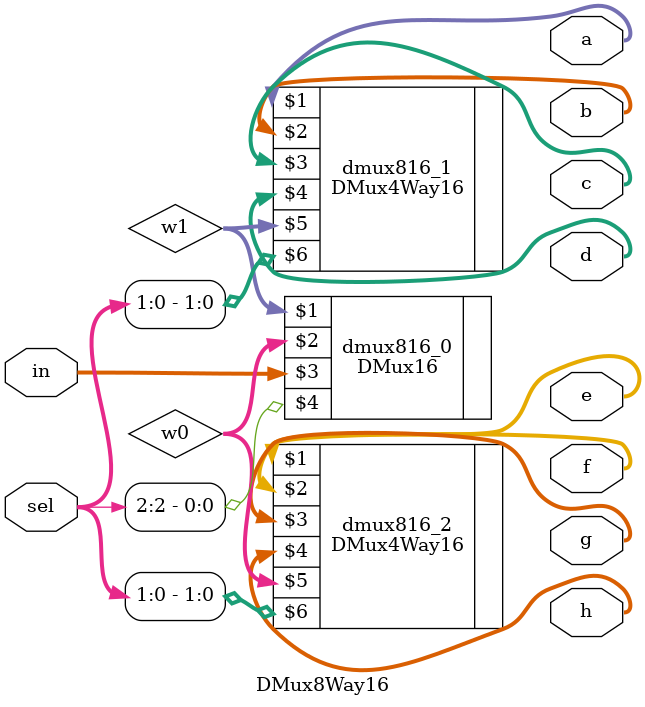
<source format=v>
/* módulo DMux8Way16 */

`ifndef _DMux8Way16_
`define _DMux8Way16_

`include "DMux4Way16.v"
`include "DMux16.v"

module DMux8Way16(a, b, c, d, e, f, g, h, in, sel);
    input [15:0] in;
    input [2:0] sel;
    output [15:0] a, b, c, d, e, f, g, h;
    wire [15:0] w1, w0;

    // 

    DMux16 dmux816_0(w1, w0, in, sel[2]);
    DMux4Way16 dmux816_1(a, b, c, d, w1, sel[1:0]);
    DMux4Way16 dmux816_2(e, f, g, h, w0, sel[1:0]);

endmodule

`endif
</source>
